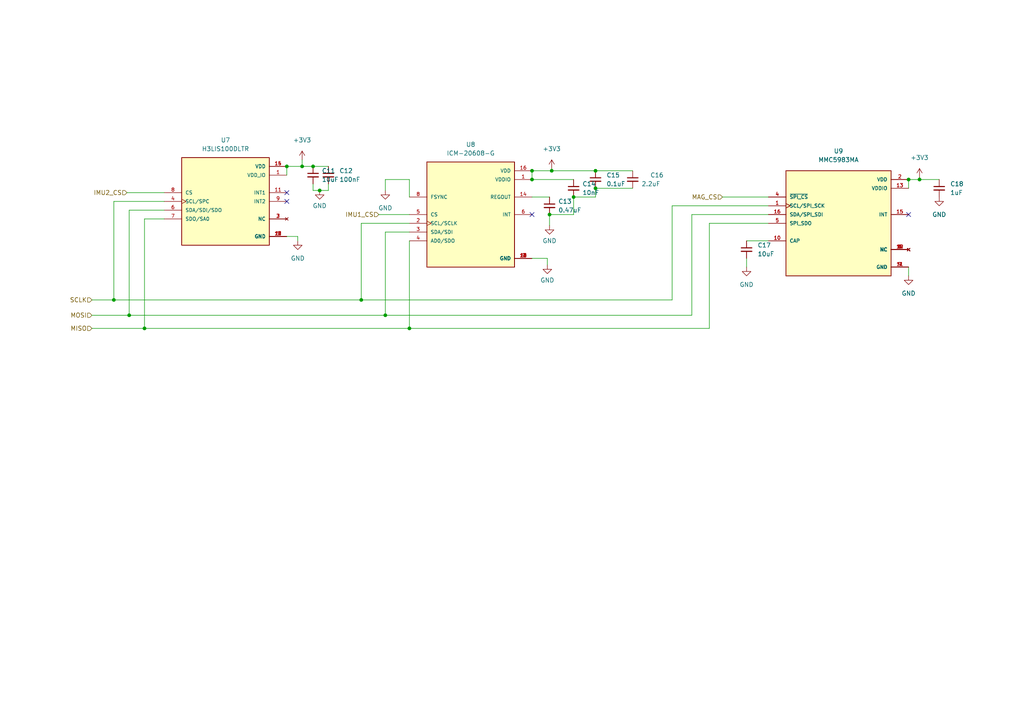
<source format=kicad_sch>
(kicad_sch (version 20211123) (generator eeschema)
  (paper "A4")
  (lib_symbols
    (symbol "Device:C_Small" (pin_numbers hide) (pin_names (offset 0.254) hide)
      (property "Reference" "C" (at 0.254 1.778 0))
      (property "Value" "C_Small" (at 0.254 -2.032 0))
      (symbol "C_Small_0_1"
        (polyline (pts (xy -1.524 -0.508) (xy 1.524 -0.508)) (stroke (width 0.3302)))
        (polyline (pts (xy -1.524 0.508) (xy 1.524 0.508)) (stroke (width 0.3048)))
      )
      (symbol "C_Small_1_1"
        (pin passive line (at 0 2.54 270) (length 2.032) (name "~") (number "1"))
        (pin passive line (at 0 -2.54 90) (length 2.032) (name "~") (number "2"))
      )
    )
    (symbol "iclr:H3LIS100DLTR" (pin_names (offset 1.016))
      (property "Reference" "U" (at -12.7 13.589 0))
      (property "Value" "H3LIS100DLTR" (at -12.7 -15.24 0))
      (symbol "H3LIS100DLTR_0_0"
        (rectangle (start -12.7 -12.7) (end 12.7 12.7) (stroke (width 0.254)) (fill (type background)))
        (pin power_in line (at 17.78 7.62 180) (length 5.08) (name "VDD_IO") (number "1"))
        (pin power_in line (at 17.78 -10.16 180) (length 5.08) (name "GND") (number "10"))
        (pin output line (at 17.78 2.54 180) (length 5.08) (name "INT1") (number "11"))
        (pin power_in line (at 17.78 -10.16 180) (length 5.08) (name "GND") (number "12"))
        (pin power_in line (at 17.78 -10.16 180) (length 5.08) (name "GND") (number "13"))
        (pin power_in line (at 17.78 10.16 180) (length 5.08) (name "VDD") (number "14"))
        (pin power_in line (at 17.78 10.16 180) (length 5.08) (name "VDD") (number "15"))
        (pin power_in line (at 17.78 -10.16 180) (length 5.08) (name "GND") (number "16"))
        (pin no_connect line (at 17.78 -5.08 180) (length 5.08) (name "NC") (number "2"))
        (pin no_connect line (at 17.78 -5.08 180) (length 5.08) (name "NC") (number "3"))
        (pin input clock (at -17.78 0 0) (length 5.08) (name "SCL/SPC") (number "4"))
        (pin power_in line (at 17.78 -10.16 180) (length 5.08) (name "GND") (number "5"))
        (pin bidirectional line (at -17.78 -2.54 0) (length 5.08) (name "SDA/SDI/SDO") (number "6"))
        (pin bidirectional line (at -17.78 -5.08 0) (length 5.08) (name "SDO/SA0") (number "7"))
        (pin input line (at -17.78 2.54 0) (length 5.08) (name "CS") (number "8"))
        (pin output line (at 17.78 0 180) (length 5.08) (name "INT2") (number "9"))
      )
    )
    (symbol "iclr:ICM-20608-G" (pin_names (offset 1.016))
      (property "Reference" "U" (at -12.7 16.002 0))
      (property "Value" "ICM-20608-G" (at -12.7 -17.78 0))
      (symbol "ICM-20608-G_0_0"
        (rectangle (start -12.7 -15.24) (end 12.7 15.24) (stroke (width 0.254)) (fill (type background)))
        (pin power_in line (at 17.78 10.16 180) (length 5.08) (name "VDDIO") (number "1"))
        (pin power_in line (at 17.78 -12.7 180) (length 5.08) (name "GND") (number "10"))
        (pin power_in line (at 17.78 -12.7 180) (length 5.08) (name "GND") (number "11"))
        (pin power_in line (at 17.78 -12.7 180) (length 5.08) (name "GND") (number "12"))
        (pin power_in line (at 17.78 -12.7 180) (length 5.08) (name "GND") (number "13"))
        (pin output line (at 17.78 5.08 180) (length 5.08) (name "REGOUT") (number "14"))
        (pin power_in line (at 17.78 -12.7 180) (length 5.08) (name "GND") (number "15"))
        (pin power_in line (at 17.78 12.7 180) (length 5.08) (name "VDD") (number "16"))
        (pin input clock (at -17.78 -2.54 0) (length 5.08) (name "SCL/SCLK") (number "2"))
        (pin bidirectional line (at -17.78 -5.08 0) (length 5.08) (name "SDA/SDI") (number "3"))
        (pin bidirectional line (at -17.78 -7.62 0) (length 5.08) (name "AD0/SDO") (number "4"))
        (pin input line (at -17.78 0 0) (length 5.08) (name "CS") (number "5"))
        (pin output line (at 17.78 0 180) (length 5.08) (name "INT") (number "6"))
        (pin input line (at -17.78 5.08 0) (length 5.08) (name "FSYNC") (number "8"))
        (pin power_in line (at 17.78 -12.7 180) (length 5.08) (name "GND") (number "9"))
      )
    )
    (symbol "iclr:MMC5983MA" (pin_names (offset 1.016))
      (property "Reference" "U" (at -15.24 15.24 0))
      (property "Value" "MMC5983MA" (at -15.24 -17.78 0))
      (symbol "MMC5983MA_0_0"
        (rectangle (start -15.24 -15.24) (end 15.24 15.24) (stroke (width 0.254)) (fill (type background)))
        (pin input clock (at -20.32 5.08 0) (length 5.08) (name "SCL/SPI_SCK") (number "1"))
        (pin passive line (at -20.32 -5.08 0) (length 5.08) (name "CAP") (number "10"))
        (pin power_in line (at 20.32 -12.7 180) (length 5.08) (name "GND") (number "11"))
        (pin no_connect line (at 20.32 -7.62 180) (length 5.08) (name "NC") (number "12"))
        (pin power_in line (at 20.32 10.16 180) (length 5.08) (name "VDDIO") (number "13"))
        (pin no_connect line (at 20.32 -7.62 180) (length 5.08) (name "NC") (number "14"))
        (pin output line (at 20.32 2.54 180) (length 5.08) (name "INT") (number "15"))
        (pin bidirectional line (at -20.32 2.54 0) (length 5.08) (name "SDA/SPI_SDI") (number "16"))
        (pin power_in line (at 20.32 12.7 180) (length 5.08) (name "VDD") (number "2"))
        (pin no_connect line (at 20.32 -7.62 180) (length 5.08) (name "NC") (number "3"))
        (pin input line (at -20.32 7.62 0) (length 5.08) (name "~{SPI_CS}") (number "4"))
        (pin output line (at -20.32 0 0) (length 5.08) (name "SPI_SDO") (number "5"))
        (pin no_connect line (at 20.32 -7.62 180) (length 5.08) (name "NC") (number "6"))
        (pin no_connect line (at 20.32 -7.62 180) (length 5.08) (name "NC") (number "7"))
        (pin no_connect line (at 20.32 -7.62 180) (length 5.08) (name "NC") (number "8"))
        (pin power_in line (at 20.32 -12.7 180) (length 5.08) (name "GND") (number "9"))
      )
    )
    (symbol "power:+3.3V" (power) (pin_names (offset 0))
      (property "Value" "+3.3V" (at 0 3.556 0))
      (symbol "+3.3V_0_1"
        (polyline (pts (xy -0.762 1.27) (xy 0 2.54)))
        (polyline (pts (xy 0 0) (xy 0 2.54)))
        (polyline (pts (xy 0 2.54) (xy 0.762 1.27)))
      )
      (symbol "+3.3V_1_1"
        (pin power_in line (at 0 0 90) (length 0) hide (name "+3V3") (number "1"))
      )
    )
    (symbol "power:GND" (power) (pin_names (offset 0))
      (property "Value" "GND" (at 0 -3.81 0))
      (symbol "GND_0_1"
        (polyline (pts (xy 0 0) (xy 0 -1.27) (xy 1.27 -1.27) (xy 0 -2.54) (xy -1.27 -1.27) (xy 0 -1.27)))
      )
      (symbol "GND_1_1"
        (pin power_in line (at 0 0 270) (length 0) hide (name "GND") (number "1"))
      )
    )
  )
  (junction (at 92.71 55.245))
  (junction (at 159.385 62.23))
  (junction (at 33.02 86.995))
  (junction (at 37.465 91.44))
  (junction (at 154.305 52.07))
  (junction (at 154.305 49.53))
  (junction (at 118.745 95.25))
  (junction (at 104.775 86.995))
  (junction (at 111.76 91.44))
  (junction (at 172.72 49.53))
  (junction (at 160.02 49.53))
  (junction (at 172.72 54.61))
  (junction (at 83.185 48.26))
  (junction (at 90.805 48.26))
  (junction (at 87.63 48.26))
  (junction (at 166.37 57.15))
  (junction (at 41.91 95.25))
  (junction (at 266.7 52.07))
  (junction (at 263.525 52.07))
  (no_connect (at 83.185 55.88))
  (no_connect (at 83.185 58.42))
  (no_connect (at 154.305 62.23))
  (no_connect (at 263.525 62.23))
  (wire (pts (xy 159.385 62.23) (xy 166.37 62.23)))
  (wire (pts (xy 166.37 62.23) (xy 166.37 57.15)))
  (wire (pts (xy 216.535 74.93) (xy 216.535 77.47)))
  (wire (pts (xy 172.72 54.61) (xy 183.515 54.61)))
  (wire (pts (xy 111.76 52.07) (xy 111.76 55.245)))
  (wire (pts (xy 26.67 86.995) (xy 33.02 86.995)))
  (wire (pts (xy 200.66 62.23) (xy 200.66 91.44)))
  (wire (pts (xy 263.525 52.07) (xy 263.525 54.61)))
  (wire (pts (xy 172.72 49.53) (xy 183.515 49.53)))
  (wire (pts (xy 160.02 49.53) (xy 160.02 48.895)))
  (wire (pts (xy 222.885 62.23) (xy 200.66 62.23)))
  (wire (pts (xy 160.02 49.53) (xy 172.72 49.53)))
  (wire (pts (xy 87.63 48.26) (xy 83.185 48.26)))
  (wire (pts (xy 37.465 60.96) (xy 37.465 91.44)))
  (wire (pts (xy 118.745 57.15) (xy 118.745 52.07)))
  (wire (pts (xy 266.7 52.07) (xy 272.415 52.07)))
  (wire (pts (xy 90.805 53.34) (xy 90.805 55.245)))
  (wire (pts (xy 87.63 48.26) (xy 90.805 48.26)))
  (wire (pts (xy 263.525 77.47) (xy 263.525 80.01)))
  (wire (pts (xy 166.37 57.15) (xy 172.72 57.15)))
  (wire (pts (xy 154.305 49.53) (xy 154.305 52.07)))
  (wire (pts (xy 205.74 64.77) (xy 205.74 95.25)))
  (wire (pts (xy 118.745 95.25) (xy 41.91 95.25)))
  (wire (pts (xy 90.805 48.26) (xy 95.25 48.26)))
  (wire (pts (xy 104.775 64.77) (xy 104.775 86.995)))
  (wire (pts (xy 26.67 91.44) (xy 37.465 91.44)))
  (wire (pts (xy 95.25 55.245) (xy 95.25 53.34)))
  (wire (pts (xy 216.535 69.85) (xy 222.885 69.85)))
  (wire (pts (xy 111.76 91.44) (xy 200.66 91.44)))
  (wire (pts (xy 154.305 52.07) (xy 166.37 52.07)))
  (wire (pts (xy 41.91 63.5) (xy 47.625 63.5)))
  (wire (pts (xy 83.185 48.26) (xy 83.185 50.8)))
  (wire (pts (xy 104.775 86.995) (xy 33.02 86.995)))
  (wire (pts (xy 266.7 51.435) (xy 266.7 52.07)))
  (wire (pts (xy 86.36 69.85) (xy 86.36 68.58)))
  (wire (pts (xy 222.885 59.69) (xy 194.945 59.69)))
  (wire (pts (xy 118.745 67.31) (xy 111.76 67.31)))
  (wire (pts (xy 118.745 52.07) (xy 111.76 52.07)))
  (wire (pts (xy 87.63 46.355) (xy 87.63 48.26)))
  (wire (pts (xy 92.71 55.245) (xy 95.25 55.245)))
  (wire (pts (xy 109.855 62.23) (xy 118.745 62.23)))
  (wire (pts (xy 266.7 52.07) (xy 263.525 52.07)))
  (wire (pts (xy 111.76 91.44) (xy 37.465 91.44)))
  (wire (pts (xy 90.805 55.245) (xy 92.71 55.245)))
  (wire (pts (xy 104.775 86.995) (xy 194.945 86.995)))
  (wire (pts (xy 172.72 57.15) (xy 172.72 54.61)))
  (wire (pts (xy 158.75 74.93) (xy 154.305 74.93)))
  (wire (pts (xy 41.91 95.25) (xy 41.91 63.5)))
  (wire (pts (xy 209.55 57.15) (xy 222.885 57.15)))
  (wire (pts (xy 37.465 60.96) (xy 47.625 60.96)))
  (wire (pts (xy 86.36 68.58) (xy 83.185 68.58)))
  (wire (pts (xy 33.02 58.42) (xy 47.625 58.42)))
  (wire (pts (xy 222.885 64.77) (xy 205.74 64.77)))
  (wire (pts (xy 36.83 55.88) (xy 47.625 55.88)))
  (wire (pts (xy 159.385 62.23) (xy 159.385 65.405)))
  (wire (pts (xy 118.745 69.85) (xy 118.745 95.25)))
  (wire (pts (xy 205.74 95.25) (xy 118.745 95.25)))
  (wire (pts (xy 158.75 76.835) (xy 158.75 74.93)))
  (wire (pts (xy 26.67 95.25) (xy 41.91 95.25)))
  (wire (pts (xy 118.745 64.77) (xy 104.775 64.77)))
  (wire (pts (xy 33.02 58.42) (xy 33.02 86.995)))
  (wire (pts (xy 154.305 49.53) (xy 160.02 49.53)))
  (wire (pts (xy 194.945 59.69) (xy 194.945 86.995)))
  (wire (pts (xy 111.76 67.31) (xy 111.76 91.44)))
  (wire (pts (xy 154.305 57.15) (xy 159.385 57.15)))
  (hierarchical_label "SCLK" (shape input) (at 26.67 86.995 180))
  (hierarchical_label "MISO" (shape input) (at 26.67 95.25 180))
  (hierarchical_label "MOSI" (shape input) (at 26.67 91.44 180))
  (hierarchical_label "MAG_CS" (shape input) (at 209.55 57.15 180))
  (hierarchical_label "IMU2_CS" (shape input) (at 36.83 55.88 180))
  (hierarchical_label "IMU1_CS" (shape input) (at 109.855 62.23 180))
  (symbol (lib_id "power:GND") (at 86.36 69.85 0) (unit 1)
    (property "Reference" "#PWR067" (effects hide))
    (property "Value" "GND" (at 86.36 74.93 0))
  )
  (symbol (lib_id "Device:C_Small") (at 159.385 59.69 0) (unit 1)
    (property "Reference" "C13" (at 161.925 58.4262 0) (effects (justify left)))
    (property "Value" "0.47uF" (at 161.925 60.9662 0) (effects (justify left)))
    (property "Footprint" "Capacitor_SMD:C_0603_1608Metric" (effects hide))
  )
  (symbol (lib_id "power:GND") (at 272.415 57.15 0) (unit 1)
    (property "Reference" "#PWR077" (effects hide))
    (property "Value" "GND" (at 272.415 62.23 0))
  )
  (symbol (lib_id "power:GND") (at 263.525 80.01 0) (unit 1)
    (property "Reference" "#PWR075" (effects hide))
    (property "Value" "GND" (at 263.525 85.09 0))
  )
  (symbol (lib_id "Device:C_Small") (at 216.535 72.39 0) (unit 1)
    (property "Reference" "C17" (at 219.71 71.1262 0) (effects (justify left)))
    (property "Value" "10uF" (at 219.71 73.6662 0) (effects (justify left)))
    (property "Footprint" "Capacitor_SMD:C_0603_1608Metric" (effects hide))
  )
  (symbol (lib_id "iclr:ICM-20608-G") (at 136.525 62.23 0) (unit 1)
    (property "Reference" "U8" (at 136.525 41.91 0))
    (property "Value" "ICM-20608-G" (at 136.525 44.45 0))
    (property "Footprint" "iclr:PQFN50P300X300X80-16N" (effects hide))
    (property "MANUFACTURER" "TDK" (effects hide))
    (property "PARTREV" "1.0" (effects hide))
    (property "STANDARD" "IPC-7351B" (effects hide))
  )
  (symbol (lib_id "power:GND") (at 216.535 77.47 0) (unit 1)
    (property "Reference" "#PWR074" (effects hide))
    (property "Value" "GND" (at 216.535 82.55 0))
  )
  (symbol (lib_id "power:+3.3V") (at 160.02 48.895 0) (unit 1)
    (property "Reference" "#PWR073" (effects hide))
    (property "Value" "+3.3V" (at 160.02 43.18 0))
  )
  (symbol (lib_id "Device:C_Small") (at 272.415 54.61 0) (unit 1)
    (property "Reference" "C18" (at 275.59 53.3462 0) (effects (justify left)))
    (property "Value" "1uF" (at 275.59 55.8862 0) (effects (justify left)))
    (property "Footprint" "Capacitor_SMD:C_0603_1608Metric" (effects hide))
  )
  (symbol (lib_id "power:+3.3V") (at 87.63 46.355 0) (unit 1)
    (property "Reference" "#PWR068" (effects hide))
    (property "Value" "+3.3V" (at 87.63 40.64 0))
  )
  (symbol (lib_id "power:GND") (at 92.71 55.245 0) (unit 1)
    (property "Reference" "#PWR069" (effects hide))
    (property "Value" "GND" (at 92.71 59.69 0))
  )
  (symbol (lib_id "power:GND") (at 159.385 65.405 0) (unit 1)
    (property "Reference" "#PWR072" (effects hide))
    (property "Value" "GND" (at 159.385 69.85 0))
  )
  (symbol (lib_id "power:GND") (at 158.75 76.835 0) (unit 1)
    (property "Reference" "#PWR071" (effects hide))
    (property "Value" "GND" (at 158.75 81.28 0))
  )
  (symbol (lib_id "Device:C_Small") (at 172.72 52.07 0) (unit 1)
    (property "Reference" "C15" (at 175.895 50.8062 0) (effects (justify left)))
    (property "Value" "0.1uF" (at 175.895 53.3462 0) (effects (justify left)))
    (property "Footprint" "Capacitor_SMD:C_0603_1608Metric" (effects hide))
  )
  (symbol (lib_id "Device:C_Small") (at 90.805 50.8 0) (unit 1)
    (property "Reference" "C11" (at 93.345 49.5362 0) (effects (justify left)))
    (property "Value" "10uF" (at 93.345 52.0762 0) (effects (justify left)))
    (property "Footprint" "Capacitor_SMD:C_0603_1608Metric" (effects hide))
  )
  (symbol (lib_id "power:+3.3V") (at 266.7 51.435 0) (unit 1)
    (property "Reference" "#PWR076" (effects hide))
    (property "Value" "+3.3V" (at 266.7 45.72 0))
  )
  (symbol (lib_id "iclr:H3LIS100DLTR") (at 65.405 58.42 0) (unit 1)
    (property "Reference" "U7" (at 65.405 40.64 0))
    (property "Value" "H3LIS100DLTR" (at 65.405 43.18 0))
    (property "Footprint" "iclr:PQFN50P300X300X100-16N" (effects hide))
    (property "MAXIMUM_PACKAGE_HEIGHT" "1 mm" (effects hide))
    (property "MANUFACTURER" "STMicroelectronics" (effects hide))
    (property "PARTREV" "2" (effects hide))
    (property "STANDARD" "IPC 7351B" (effects hide))
  )
  (symbol (lib_id "Device:C_Small") (at 95.25 50.8 0) (unit 1)
    (property "Reference" "C12" (at 98.425 49.5362 0) (effects (justify left)))
    (property "Value" "100nF" (at 98.425 52.0762 0) (effects (justify left)))
    (property "Footprint" "Capacitor_SMD:C_0603_1608Metric" (effects hide))
  )
  (symbol (lib_id "iclr:MMC5983MA") (at 243.205 64.77 0) (unit 1)
    (property "Reference" "U9" (at 243.205 43.815 0))
    (property "Value" "MMC5983MA" (at 243.205 46.355 0))
    (property "Footprint" "iclr:PQFN50P300X300X100-16N" (effects hide))
    (property "MANUFACTURER" "Memsic Inc." (effects hide))
    (property "MAXIMUM_PACKAGE_HEIGHT" "1.00 mm" (effects hide))
    (property "PARTREV" "A" (effects hide))
    (property "STANDARD" "IPC 7351B" (effects hide))
  )
  (symbol (lib_id "Device:C_Small") (at 183.515 52.07 0) (unit 1)
    (property "Reference" "C16" (at 188.595 50.8 0) (effects (justify left)))
    (property "Value" "2.2uF" (at 186.055 53.3462 0) (effects (justify left)))
    (property "Footprint" "Capacitor_SMD:C_0603_1608Metric" (effects hide))
  )
  (symbol (lib_id "Device:C_Small") (at 166.37 54.61 0) (unit 1)
    (property "Reference" "C14" (at 168.91 53.3462 0) (effects (justify left)))
    (property "Value" "10nF" (at 168.91 55.8862 0) (effects (justify left)))
    (property "Footprint" "Capacitor_SMD:C_0603_1608Metric" (effects hide))
  )
  (symbol (lib_id "power:GND") (at 111.76 55.245 0) (unit 1)
    (property "Reference" "#PWR070" (effects hide))
    (property "Value" "GND" (at 111.76 60.325 0))
  )
)
</source>
